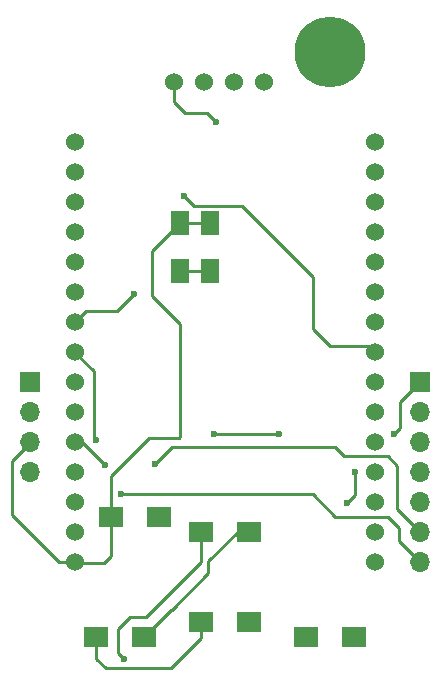
<source format=gbr>
G04 #@! TF.FileFunction,Copper,L2,Bot,Signal*
%FSLAX46Y46*%
G04 Gerber Fmt 4.6, Leading zero omitted, Abs format (unit mm)*
G04 Created by KiCad (PCBNEW 4.0.4-stable) date 07/08/18 17:05:10*
%MOMM*%
%LPD*%
G01*
G04 APERTURE LIST*
%ADD10C,0.100000*%
%ADD11R,1.600000X2.000000*%
%ADD12C,1.524000*%
%ADD13R,1.700000X1.700000*%
%ADD14O,1.700000X1.700000*%
%ADD15C,5.999480*%
%ADD16R,2.000000X1.700000*%
%ADD17C,0.600000*%
%ADD18C,0.250000*%
G04 APERTURE END LIST*
D10*
D11*
X129540000Y-95980000D03*
X129540000Y-91980000D03*
X127000000Y-95980000D03*
X127000000Y-91980000D03*
D12*
X126492000Y-80010000D03*
X129032000Y-80010000D03*
X131572000Y-80010000D03*
X134112000Y-80010000D03*
D13*
X147320000Y-105410000D03*
D14*
X147320000Y-107950000D03*
X147320000Y-110490000D03*
X147320000Y-113030000D03*
X147320000Y-115570000D03*
X147320000Y-118110000D03*
X147320000Y-120650000D03*
D15*
X139700000Y-77470000D03*
D13*
X114300000Y-105410000D03*
D14*
X114300000Y-107950000D03*
X114300000Y-110490000D03*
X114300000Y-113030000D03*
D16*
X121190000Y-116840000D03*
X125190000Y-116840000D03*
X141700000Y-127000000D03*
X137700000Y-127000000D03*
X128810000Y-118110000D03*
X132810000Y-118110000D03*
X123920000Y-127000000D03*
X119920000Y-127000000D03*
X128810000Y-125730000D03*
X132810000Y-125730000D03*
D12*
X143510000Y-85090000D03*
X143510000Y-87630000D03*
X143510000Y-90170000D03*
X143510000Y-92710000D03*
X143510000Y-95250000D03*
X143510000Y-97790000D03*
X143510000Y-100330000D03*
X143510000Y-102870000D03*
X143510000Y-105410000D03*
X143510000Y-107950000D03*
X143510000Y-110490000D03*
X143510000Y-113030000D03*
X143510000Y-115570000D03*
X143510000Y-118110000D03*
X143510000Y-120650000D03*
X118110000Y-85090000D03*
X118110000Y-87630000D03*
X118110000Y-90170000D03*
X118110000Y-92710000D03*
X118110000Y-95250000D03*
X118110000Y-97790000D03*
X118110000Y-100330000D03*
X118110000Y-102870000D03*
X118110000Y-105410000D03*
X118110000Y-107950000D03*
X118110000Y-110490000D03*
X118110000Y-113030000D03*
X118110000Y-115570000D03*
X118110000Y-118110000D03*
X118110000Y-120650000D03*
D17*
X135382000Y-109778800D03*
X129895600Y-109829600D03*
X130048000Y-83413600D03*
X129540000Y-95980000D03*
X129489200Y-91694000D03*
X145084800Y-109829600D03*
X141782800Y-113030000D03*
X141122400Y-115620800D03*
X120650000Y-112420400D03*
X124866400Y-112369600D03*
X122021600Y-114858800D03*
X141782800Y-126847600D03*
X125323600Y-116738400D03*
X122275600Y-128828800D03*
X137700000Y-127000000D03*
X132791200Y-118110000D03*
X119684800Y-127101600D03*
X132638800Y-125628400D03*
X127304800Y-89662000D03*
X123139200Y-97942400D03*
X119888000Y-110337600D03*
D18*
X129946400Y-109778800D02*
X135382000Y-109778800D01*
X129895600Y-109829600D02*
X129946400Y-109778800D01*
X126492000Y-81686400D02*
X126492000Y-80010000D01*
X127457200Y-82651600D02*
X126492000Y-81686400D01*
X129286000Y-82651600D02*
X127457200Y-82651600D01*
X130048000Y-83413600D02*
X129286000Y-82651600D01*
X127000000Y-95980000D02*
X129540000Y-95980000D01*
X121190000Y-116840000D02*
X121190000Y-113353600D01*
X124663200Y-94316800D02*
X127000000Y-91980000D01*
X124663200Y-98145600D02*
X124663200Y-94316800D01*
X127000000Y-100482400D02*
X124663200Y-98145600D01*
X127000000Y-110083600D02*
X127000000Y-100482400D01*
X126898400Y-110185200D02*
X127000000Y-110083600D01*
X124358400Y-110185200D02*
X126898400Y-110185200D01*
X121190000Y-113353600D02*
X124358400Y-110185200D01*
X129540000Y-91980000D02*
X127000000Y-91980000D01*
X129489200Y-91694000D02*
X129540000Y-91744800D01*
X129540000Y-91744800D02*
X129540000Y-91980000D01*
X114300000Y-110490000D02*
X114300000Y-110540800D01*
X114300000Y-110540800D02*
X112776000Y-112064800D01*
X112776000Y-112064800D02*
X112776000Y-116636800D01*
X112776000Y-116636800D02*
X116789200Y-120650000D01*
X116789200Y-120650000D02*
X118110000Y-120650000D01*
X121190000Y-116840000D02*
X121190000Y-120160800D01*
X120599200Y-120751600D02*
X118211600Y-120751600D01*
X121190000Y-120160800D02*
X120599200Y-120751600D01*
X118211600Y-120751600D02*
X118110000Y-120650000D01*
X145592800Y-107137200D02*
X147320000Y-105410000D01*
X145592800Y-109321600D02*
X145592800Y-107137200D01*
X145084800Y-109829600D02*
X145592800Y-109321600D01*
X141782800Y-114960400D02*
X141782800Y-113030000D01*
X141122400Y-115620800D02*
X141782800Y-114960400D01*
X118110000Y-110490000D02*
X118719600Y-110490000D01*
X118719600Y-110490000D02*
X120650000Y-112420400D01*
X124866400Y-112369600D02*
X126288800Y-110947200D01*
X126288800Y-110947200D02*
X140157200Y-110947200D01*
X140157200Y-110947200D02*
X140919200Y-111709200D01*
X140919200Y-111709200D02*
X144576800Y-111709200D01*
X144576800Y-111709200D02*
X145389600Y-112522000D01*
X145389600Y-112522000D02*
X145389600Y-116179600D01*
X145389600Y-116179600D02*
X147320000Y-118110000D01*
X147320000Y-120650000D02*
X145542000Y-118872000D01*
X122072400Y-114909600D02*
X122021600Y-114858800D01*
X138226800Y-114909600D02*
X122072400Y-114909600D01*
X140157200Y-116840000D02*
X138226800Y-114909600D01*
X144576800Y-116840000D02*
X140157200Y-116840000D01*
X145542000Y-117805200D02*
X144576800Y-116840000D01*
X145542000Y-118872000D02*
X145542000Y-117805200D01*
X141782800Y-126847600D02*
X141700000Y-126930400D01*
X141700000Y-126930400D02*
X141700000Y-127000000D01*
X125323600Y-116738400D02*
X125222000Y-116840000D01*
X125222000Y-116840000D02*
X125190000Y-116840000D01*
X128810000Y-118110000D02*
X128810000Y-120668800D01*
X121767600Y-128320800D02*
X122275600Y-128828800D01*
X121767600Y-126339600D02*
X121767600Y-128320800D01*
X122783600Y-125323600D02*
X121767600Y-126339600D01*
X124155200Y-125323600D02*
X122783600Y-125323600D01*
X128810000Y-120668800D02*
X124155200Y-125323600D01*
X132810000Y-118110000D02*
X131876800Y-118110000D01*
X131876800Y-118110000D02*
X129387600Y-120599200D01*
X126206000Y-124714000D02*
X123920000Y-127000000D01*
X126288800Y-124714000D02*
X126206000Y-124714000D01*
X129387600Y-121615200D02*
X126288800Y-124714000D01*
X129387600Y-120599200D02*
X129387600Y-121615200D01*
X132791200Y-118110000D02*
X132810000Y-118110000D01*
X119920000Y-127000000D02*
X119920000Y-128860800D01*
X128810000Y-127069600D02*
X128810000Y-125730000D01*
X126238000Y-129641600D02*
X128810000Y-127069600D01*
X120700800Y-129641600D02*
X126238000Y-129641600D01*
X119920000Y-128860800D02*
X120700800Y-129641600D01*
X119684800Y-127101600D02*
X119786400Y-127000000D01*
X119786400Y-127000000D02*
X119920000Y-127000000D01*
X132638800Y-125628400D02*
X132740400Y-125730000D01*
X132740400Y-125730000D02*
X132810000Y-125730000D01*
X139700000Y-102362000D02*
X143002000Y-102362000D01*
X138226800Y-100888800D02*
X139700000Y-102362000D01*
X138226800Y-96520000D02*
X138226800Y-100888800D01*
X132232400Y-90525600D02*
X138226800Y-96520000D01*
X128168400Y-90525600D02*
X132232400Y-90525600D01*
X127304800Y-89662000D02*
X128168400Y-90525600D01*
X143002000Y-102362000D02*
X143510000Y-102870000D01*
X119024400Y-99415600D02*
X118110000Y-100330000D01*
X121666000Y-99415600D02*
X119024400Y-99415600D01*
X123139200Y-97942400D02*
X121666000Y-99415600D01*
X119684800Y-104495600D02*
X118110000Y-102920800D01*
X119684800Y-110134400D02*
X119684800Y-104495600D01*
X119888000Y-110337600D02*
X119684800Y-110134400D01*
X118110000Y-102920800D02*
X118110000Y-102870000D01*
M02*

</source>
